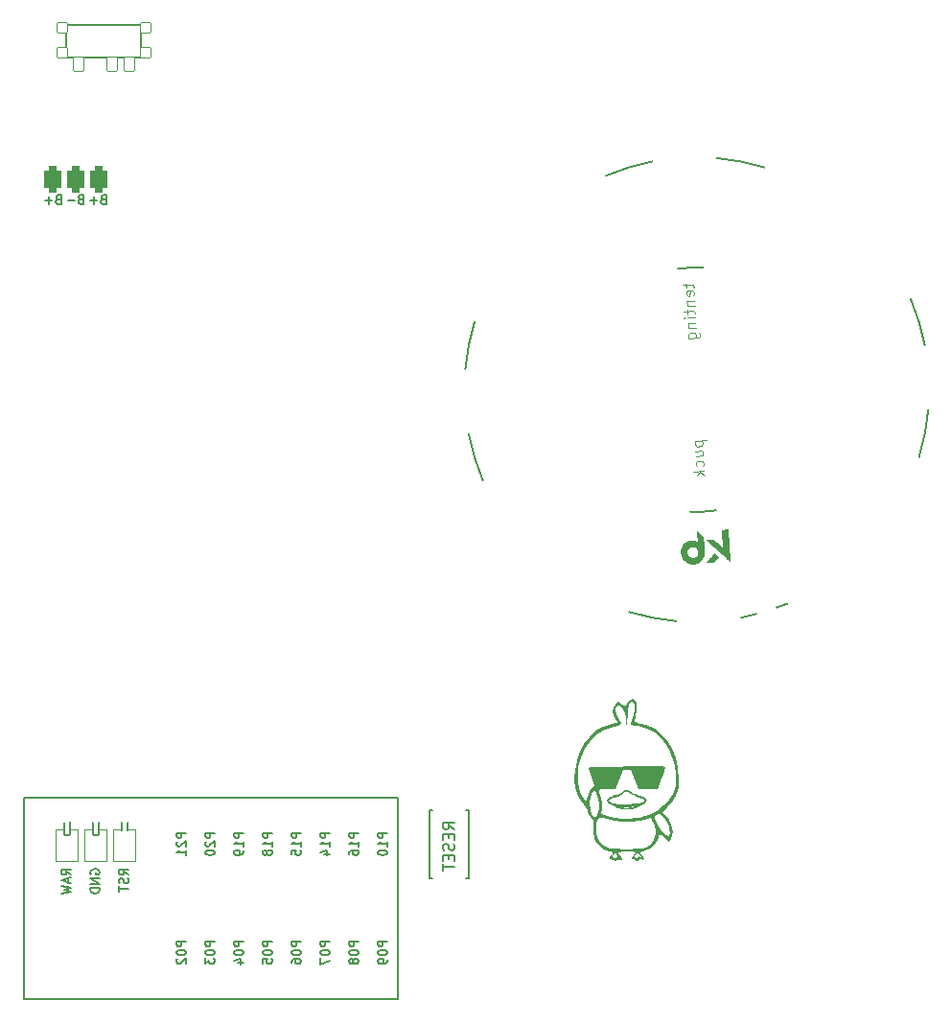
<source format=gbo>
%TF.GenerationSoftware,KiCad,Pcbnew,(6.0.4-0)*%
%TF.CreationDate,2022-07-26T10:13:53+02:00*%
%TF.ProjectId,wizza,77697a7a-612e-46b6-9963-61645f706362,v1.0.0*%
%TF.SameCoordinates,Original*%
%TF.FileFunction,Legend,Bot*%
%TF.FilePolarity,Positive*%
%FSLAX46Y46*%
G04 Gerber Fmt 4.6, Leading zero omitted, Abs format (unit mm)*
G04 Created by KiCad (PCBNEW (6.0.4-0)) date 2022-07-26 10:13:53*
%MOMM*%
%LPD*%
G01*
G04 APERTURE LIST*
G04 Aperture macros list*
%AMRoundRect*
0 Rectangle with rounded corners*
0 $1 Rounding radius*
0 $2 $3 $4 $5 $6 $7 $8 $9 X,Y pos of 4 corners*
0 Add a 4 corners polygon primitive as box body*
4,1,4,$2,$3,$4,$5,$6,$7,$8,$9,$2,$3,0*
0 Add four circle primitives for the rounded corners*
1,1,$1+$1,$2,$3*
1,1,$1+$1,$4,$5*
1,1,$1+$1,$6,$7*
1,1,$1+$1,$8,$9*
0 Add four rect primitives between the rounded corners*
20,1,$1+$1,$2,$3,$4,$5,0*
20,1,$1+$1,$4,$5,$6,$7,0*
20,1,$1+$1,$6,$7,$8,$9,0*
20,1,$1+$1,$8,$9,$2,$3,0*%
%AMFreePoly0*
4,1,16,0.535355,0.785355,0.550000,0.750000,0.550000,-0.750000,0.535355,-0.785355,0.500000,-0.800000,-0.650000,-0.800000,-0.685355,-0.785355,-0.700000,-0.750000,-0.691603,-0.722265,-0.210093,0.000000,-0.691603,0.722265,-0.699029,0.759806,-0.677735,0.791603,-0.650000,0.800000,0.500000,0.800000,0.535355,0.785355,0.535355,0.785355,$1*%
%AMFreePoly1*
4,1,16,0.535355,0.785355,0.541603,0.777735,1.041603,0.027735,1.049029,-0.009806,1.041603,-0.027735,0.541603,-0.777735,0.509806,-0.799029,0.500000,-0.800000,-0.500000,-0.800000,-0.535355,-0.785355,-0.550000,-0.750000,-0.550000,0.750000,-0.535355,0.785355,-0.500000,0.800000,0.500000,0.800000,0.535355,0.785355,0.535355,0.785355,$1*%
G04 Aperture macros list end*
%ADD10C,0.150000*%
%ADD11C,0.100000*%
%ADD12C,0.200000*%
%ADD13C,0.010000*%
%ADD14C,0.120000*%
%ADD15RoundRect,0.375000X-0.375000X-0.750000X0.375000X-0.750000X0.375000X0.750000X-0.375000X0.750000X0*%
%ADD16C,1.752600*%
%ADD17C,2.300000*%
%ADD18C,2.100000*%
%ADD19C,1.801800*%
%ADD20C,4.900000*%
%ADD21C,5.100000*%
%ADD22RoundRect,0.050000X-0.450000X-0.450000X0.450000X-0.450000X0.450000X0.450000X-0.450000X0.450000X0*%
%ADD23C,1.100000*%
%ADD24RoundRect,0.050000X-0.450000X-0.625000X0.450000X-0.625000X0.450000X0.625000X-0.450000X0.625000X0*%
%ADD25RoundRect,0.425000X-0.375000X-0.750000X0.375000X-0.750000X0.375000X0.750000X-0.375000X0.750000X0*%
%ADD26C,4.500000*%
%ADD27C,1.852600*%
%ADD28FreePoly0,90.000000*%
%ADD29RoundRect,0.050000X-0.250000X-0.762000X0.250000X-0.762000X0.250000X0.762000X-0.250000X0.762000X0*%
%ADD30FreePoly1,90.000000*%
G04 APERTURE END LIST*
D10*
%TO.C,B1*%
X82349171Y49940634D02*
X81872981Y50273968D01*
X82349171Y50512063D02*
X81349171Y50512063D01*
X81349171Y50131111D01*
X81396791Y50035873D01*
X81444410Y49988254D01*
X81539648Y49940634D01*
X81682505Y49940634D01*
X81777743Y49988254D01*
X81825362Y50035873D01*
X81872981Y50131111D01*
X81872981Y50512063D01*
X81825362Y49512063D02*
X81825362Y49178730D01*
X82349171Y49035873D02*
X82349171Y49512063D01*
X81349171Y49512063D01*
X81349171Y49035873D01*
X82301552Y48654920D02*
X82349171Y48512063D01*
X82349171Y48273968D01*
X82301552Y48178730D01*
X82253933Y48131111D01*
X82158695Y48083492D01*
X82063457Y48083492D01*
X81968219Y48131111D01*
X81920600Y48178730D01*
X81872981Y48273968D01*
X81825362Y48464444D01*
X81777743Y48559682D01*
X81730124Y48607301D01*
X81634886Y48654920D01*
X81539648Y48654920D01*
X81444410Y48607301D01*
X81396791Y48559682D01*
X81349171Y48464444D01*
X81349171Y48226349D01*
X81396791Y48083492D01*
X81825362Y47654920D02*
X81825362Y47321587D01*
X82349171Y47178730D02*
X82349171Y47654920D01*
X81349171Y47654920D01*
X81349171Y47178730D01*
X81349171Y46893015D02*
X81349171Y46321587D01*
X82349171Y46607301D02*
X81349171Y46607301D01*
%TO.C,PAD1*%
X51346886Y105598396D02*
X51232600Y105560301D01*
X51194505Y105522206D01*
X51156410Y105446015D01*
X51156410Y105331730D01*
X51194505Y105255539D01*
X51232600Y105217444D01*
X51308791Y105179349D01*
X51613552Y105179349D01*
X51613552Y105979349D01*
X51346886Y105979349D01*
X51270695Y105941254D01*
X51232600Y105903158D01*
X51194505Y105826968D01*
X51194505Y105750777D01*
X51232600Y105674587D01*
X51270695Y105636492D01*
X51346886Y105598396D01*
X51613552Y105598396D01*
X50813552Y105484111D02*
X50204029Y105484111D01*
X50508791Y105179349D02*
X50508791Y105788873D01*
X47346886Y105598396D02*
X47232600Y105560301D01*
X47194505Y105522206D01*
X47156410Y105446015D01*
X47156410Y105331730D01*
X47194505Y105255539D01*
X47232600Y105217444D01*
X47308791Y105179349D01*
X47613552Y105179349D01*
X47613552Y105979349D01*
X47346886Y105979349D01*
X47270695Y105941254D01*
X47232600Y105903158D01*
X47194505Y105826968D01*
X47194505Y105750777D01*
X47232600Y105674587D01*
X47270695Y105636492D01*
X47346886Y105598396D01*
X47613552Y105598396D01*
X46813552Y105484111D02*
X46204029Y105484111D01*
X46508791Y105179349D02*
X46508791Y105788873D01*
X49346886Y105598396D02*
X49232600Y105560301D01*
X49194505Y105522206D01*
X49156410Y105446015D01*
X49156410Y105331730D01*
X49194505Y105255539D01*
X49232600Y105217444D01*
X49308791Y105179349D01*
X49613552Y105179349D01*
X49613552Y105979349D01*
X49346886Y105979349D01*
X49270695Y105941254D01*
X49232600Y105903158D01*
X49194505Y105826968D01*
X49194505Y105750777D01*
X49232600Y105674587D01*
X49270695Y105636492D01*
X49346886Y105598396D01*
X49613552Y105598396D01*
X48813552Y105484111D02*
X48204029Y105484111D01*
D11*
%TO.C,REF\u002A\u002A*%
X103592773Y84225673D02*
X104591402Y84278009D01*
X103640326Y84228165D02*
X103597757Y84130565D01*
X103607726Y83940350D01*
X103660264Y83847735D01*
X103710310Y83802673D01*
X103807910Y83760104D01*
X104093232Y83775057D01*
X104185848Y83827595D01*
X104230909Y83877641D01*
X104273479Y83975241D01*
X104263510Y84165456D01*
X104210972Y84258071D01*
X103662554Y82894167D02*
X104328307Y82929058D01*
X103640124Y83322151D02*
X104163216Y83349565D01*
X104260816Y83306996D01*
X104313354Y83214380D01*
X104320830Y83071719D01*
X104278261Y82974119D01*
X104233199Y82924073D01*
X104328105Y82023043D02*
X104370674Y82120643D01*
X104360705Y82310858D01*
X104308167Y82403474D01*
X104258121Y82448535D01*
X104160521Y82491105D01*
X103875199Y82476152D01*
X103782583Y82423613D01*
X103737522Y82373567D01*
X103694952Y82275968D01*
X103704921Y82085753D01*
X103757459Y81993137D01*
X104398088Y81597551D02*
X103399459Y81545216D01*
X104022642Y81482506D02*
X104418026Y81217121D01*
X103752273Y81182231D02*
X104112765Y81582598D01*
X102799064Y98157226D02*
X102819001Y97776796D01*
X102473664Y97997120D02*
X103329632Y98041979D01*
X103427232Y97999410D01*
X103479770Y97906794D01*
X103484754Y97811687D01*
X103474583Y97095888D02*
X103517153Y97193488D01*
X103507184Y97383703D01*
X103454646Y97476318D01*
X103357046Y97518888D01*
X102976616Y97498950D01*
X102884000Y97446412D01*
X102841431Y97348812D01*
X102851400Y97158597D01*
X102903938Y97065982D01*
X103001537Y97023412D01*
X103096645Y97028397D01*
X103166831Y97508919D01*
X102881306Y96587952D02*
X103547059Y96622842D01*
X102976413Y96592936D02*
X102931352Y96542890D01*
X102888782Y96445290D01*
X102896259Y96302629D01*
X102948797Y96210013D01*
X103046397Y96167444D01*
X103569489Y96194858D01*
X102921181Y95827091D02*
X102941118Y95446661D01*
X102595781Y95666984D02*
X103451749Y95711844D01*
X103549349Y95669274D01*
X103601887Y95576659D01*
X103606871Y95481551D01*
X103624317Y95148675D02*
X102958564Y95113784D01*
X102625687Y95096339D02*
X102670749Y95146385D01*
X102720795Y95101323D01*
X102675733Y95051277D01*
X102625687Y95096339D01*
X102720795Y95101323D01*
X102983486Y94638246D02*
X103649239Y94673137D01*
X103078593Y94643231D02*
X103033531Y94593185D01*
X102990962Y94495585D01*
X102998439Y94352923D01*
X103050977Y94260308D01*
X103148577Y94217739D01*
X103671668Y94245153D01*
X103053267Y93306740D02*
X103861681Y93349107D01*
X103954297Y93401646D01*
X103999358Y93451692D01*
X104041928Y93549291D01*
X104034451Y93691953D01*
X103981913Y93784568D01*
X103671466Y93339139D02*
X103714035Y93436738D01*
X103704067Y93626954D01*
X103651529Y93719569D01*
X103601483Y93764631D01*
X103503883Y93807200D01*
X103218560Y93792247D01*
X103125945Y93739709D01*
X103080883Y93689663D01*
X103038314Y93592063D01*
X103048282Y93401848D01*
X103100821Y93309232D01*
D10*
%TO.C,MCU1*%
X73876695Y40044682D02*
X73076695Y40044682D01*
X73076695Y39739920D01*
X73114791Y39663730D01*
X73152886Y39625634D01*
X73229076Y39587539D01*
X73343362Y39587539D01*
X73419552Y39625634D01*
X73457648Y39663730D01*
X73495743Y39739920D01*
X73495743Y40044682D01*
X73076695Y39092301D02*
X73076695Y39016111D01*
X73114791Y38939920D01*
X73152886Y38901825D01*
X73229076Y38863730D01*
X73381457Y38825634D01*
X73571933Y38825634D01*
X73724314Y38863730D01*
X73800505Y38901825D01*
X73838600Y38939920D01*
X73876695Y39016111D01*
X73876695Y39092301D01*
X73838600Y39168492D01*
X73800505Y39206587D01*
X73724314Y39244682D01*
X73571933Y39282777D01*
X73381457Y39282777D01*
X73229076Y39244682D01*
X73152886Y39206587D01*
X73114791Y39168492D01*
X73076695Y39092301D01*
X73419552Y38368492D02*
X73381457Y38444682D01*
X73343362Y38482777D01*
X73267171Y38520873D01*
X73229076Y38520873D01*
X73152886Y38482777D01*
X73114791Y38444682D01*
X73076695Y38368492D01*
X73076695Y38216111D01*
X73114791Y38139920D01*
X73152886Y38101825D01*
X73229076Y38063730D01*
X73267171Y38063730D01*
X73343362Y38101825D01*
X73381457Y38139920D01*
X73419552Y38216111D01*
X73419552Y38368492D01*
X73457648Y38444682D01*
X73495743Y38482777D01*
X73571933Y38520873D01*
X73724314Y38520873D01*
X73800505Y38482777D01*
X73838600Y38444682D01*
X73876695Y38368492D01*
X73876695Y38216111D01*
X73838600Y38139920D01*
X73800505Y38101825D01*
X73724314Y38063730D01*
X73571933Y38063730D01*
X73495743Y38101825D01*
X73457648Y38139920D01*
X73419552Y38216111D01*
X58636695Y49644682D02*
X57836695Y49644682D01*
X57836695Y49339920D01*
X57874791Y49263730D01*
X57912886Y49225634D01*
X57989076Y49187539D01*
X58103362Y49187539D01*
X58179552Y49225634D01*
X58217648Y49263730D01*
X58255743Y49339920D01*
X58255743Y49644682D01*
X57912886Y48882777D02*
X57874791Y48844682D01*
X57836695Y48768492D01*
X57836695Y48578015D01*
X57874791Y48501825D01*
X57912886Y48463730D01*
X57989076Y48425634D01*
X58065267Y48425634D01*
X58179552Y48463730D01*
X58636695Y48920873D01*
X58636695Y48425634D01*
X58636695Y47663730D02*
X58636695Y48120873D01*
X58636695Y47892301D02*
X57836695Y47892301D01*
X57950981Y47968492D01*
X58027171Y48044682D01*
X58065267Y48120873D01*
X71336695Y49644682D02*
X70536695Y49644682D01*
X70536695Y49339920D01*
X70574791Y49263730D01*
X70612886Y49225634D01*
X70689076Y49187539D01*
X70803362Y49187539D01*
X70879552Y49225634D01*
X70917648Y49263730D01*
X70955743Y49339920D01*
X70955743Y49644682D01*
X71336695Y48425634D02*
X71336695Y48882777D01*
X71336695Y48654206D02*
X70536695Y48654206D01*
X70650981Y48730396D01*
X70727171Y48806587D01*
X70765267Y48882777D01*
X70803362Y47739920D02*
X71336695Y47739920D01*
X70498600Y47930396D02*
X71070029Y48120873D01*
X71070029Y47625634D01*
X61176695Y49644682D02*
X60376695Y49644682D01*
X60376695Y49339920D01*
X60414791Y49263730D01*
X60452886Y49225634D01*
X60529076Y49187539D01*
X60643362Y49187539D01*
X60719552Y49225634D01*
X60757648Y49263730D01*
X60795743Y49339920D01*
X60795743Y49644682D01*
X60452886Y48882777D02*
X60414791Y48844682D01*
X60376695Y48768492D01*
X60376695Y48578015D01*
X60414791Y48501825D01*
X60452886Y48463730D01*
X60529076Y48425634D01*
X60605267Y48425634D01*
X60719552Y48463730D01*
X61176695Y48920873D01*
X61176695Y48425634D01*
X60376695Y47930396D02*
X60376695Y47854206D01*
X60414791Y47778015D01*
X60452886Y47739920D01*
X60529076Y47701825D01*
X60681457Y47663730D01*
X60871933Y47663730D01*
X61024314Y47701825D01*
X61100505Y47739920D01*
X61138600Y47778015D01*
X61176695Y47854206D01*
X61176695Y47930396D01*
X61138600Y48006587D01*
X61100505Y48044682D01*
X61024314Y48082777D01*
X60871933Y48120873D01*
X60681457Y48120873D01*
X60529076Y48082777D01*
X60452886Y48044682D01*
X60414791Y48006587D01*
X60376695Y47930396D01*
X53556695Y45924872D02*
X53175743Y46191538D01*
X53556695Y46382015D02*
X52756695Y46382015D01*
X52756695Y46077253D01*
X52794791Y46001062D01*
X52832886Y45962967D01*
X52909076Y45924872D01*
X53023362Y45924872D01*
X53099552Y45962967D01*
X53137648Y46001062D01*
X53175743Y46077253D01*
X53175743Y46382015D01*
X53518600Y45620110D02*
X53556695Y45505824D01*
X53556695Y45315348D01*
X53518600Y45239157D01*
X53480505Y45201062D01*
X53404314Y45162967D01*
X53328124Y45162967D01*
X53251933Y45201062D01*
X53213838Y45239157D01*
X53175743Y45315348D01*
X53137648Y45467729D01*
X53099552Y45543919D01*
X53061457Y45582015D01*
X52985267Y45620110D01*
X52909076Y45620110D01*
X52832886Y45582015D01*
X52794791Y45543919D01*
X52756695Y45467729D01*
X52756695Y45277253D01*
X52794791Y45162967D01*
X52756695Y44934396D02*
X52756695Y44477253D01*
X53556695Y44705824D02*
X52756695Y44705824D01*
X76416695Y40044682D02*
X75616695Y40044682D01*
X75616695Y39739920D01*
X75654791Y39663730D01*
X75692886Y39625634D01*
X75769076Y39587539D01*
X75883362Y39587539D01*
X75959552Y39625634D01*
X75997648Y39663730D01*
X76035743Y39739920D01*
X76035743Y40044682D01*
X75616695Y39092301D02*
X75616695Y39016111D01*
X75654791Y38939920D01*
X75692886Y38901825D01*
X75769076Y38863730D01*
X75921457Y38825634D01*
X76111933Y38825634D01*
X76264314Y38863730D01*
X76340505Y38901825D01*
X76378600Y38939920D01*
X76416695Y39016111D01*
X76416695Y39092301D01*
X76378600Y39168492D01*
X76340505Y39206587D01*
X76264314Y39244682D01*
X76111933Y39282777D01*
X75921457Y39282777D01*
X75769076Y39244682D01*
X75692886Y39206587D01*
X75654791Y39168492D01*
X75616695Y39092301D01*
X76416695Y38444682D02*
X76416695Y38292301D01*
X76378600Y38216111D01*
X76340505Y38178015D01*
X76226219Y38101825D01*
X76073838Y38063730D01*
X75769076Y38063730D01*
X75692886Y38101825D01*
X75654791Y38139920D01*
X75616695Y38216111D01*
X75616695Y38368492D01*
X75654791Y38444682D01*
X75692886Y38482777D01*
X75769076Y38520873D01*
X75959552Y38520873D01*
X76035743Y38482777D01*
X76073838Y38444682D01*
X76111933Y38368492D01*
X76111933Y38216111D01*
X76073838Y38139920D01*
X76035743Y38101825D01*
X75959552Y38063730D01*
X73876695Y49644682D02*
X73076695Y49644682D01*
X73076695Y49339920D01*
X73114791Y49263730D01*
X73152886Y49225634D01*
X73229076Y49187539D01*
X73343362Y49187539D01*
X73419552Y49225634D01*
X73457648Y49263730D01*
X73495743Y49339920D01*
X73495743Y49644682D01*
X73876695Y48425634D02*
X73876695Y48882777D01*
X73876695Y48654206D02*
X73076695Y48654206D01*
X73190981Y48730396D01*
X73267171Y48806587D01*
X73305267Y48882777D01*
X73076695Y47739920D02*
X73076695Y47892301D01*
X73114791Y47968492D01*
X73152886Y48006587D01*
X73267171Y48082777D01*
X73419552Y48120873D01*
X73724314Y48120873D01*
X73800505Y48082777D01*
X73838600Y48044682D01*
X73876695Y47968492D01*
X73876695Y47816111D01*
X73838600Y47739920D01*
X73800505Y47701825D01*
X73724314Y47663730D01*
X73533838Y47663730D01*
X73457648Y47701825D01*
X73419552Y47739920D01*
X73381457Y47816111D01*
X73381457Y47968492D01*
X73419552Y48044682D01*
X73457648Y48082777D01*
X73533838Y48120873D01*
X48476695Y45924871D02*
X48095743Y46191538D01*
X48476695Y46382014D02*
X47676695Y46382014D01*
X47676695Y46077252D01*
X47714791Y46001062D01*
X47752886Y45962967D01*
X47829076Y45924871D01*
X47943362Y45924871D01*
X48019552Y45962967D01*
X48057648Y46001062D01*
X48095743Y46077252D01*
X48095743Y46382014D01*
X48248124Y45620110D02*
X48248124Y45239157D01*
X48476695Y45696300D02*
X47676695Y45429633D01*
X48476695Y45162967D01*
X47676695Y44972491D02*
X48476695Y44782014D01*
X47905267Y44629633D01*
X48476695Y44477252D01*
X47676695Y44286776D01*
X58636695Y40044682D02*
X57836695Y40044682D01*
X57836695Y39739920D01*
X57874791Y39663730D01*
X57912886Y39625634D01*
X57989076Y39587539D01*
X58103362Y39587539D01*
X58179552Y39625634D01*
X58217648Y39663730D01*
X58255743Y39739920D01*
X58255743Y40044682D01*
X57836695Y39092301D02*
X57836695Y39016111D01*
X57874791Y38939920D01*
X57912886Y38901825D01*
X57989076Y38863730D01*
X58141457Y38825634D01*
X58331933Y38825634D01*
X58484314Y38863730D01*
X58560505Y38901825D01*
X58598600Y38939920D01*
X58636695Y39016111D01*
X58636695Y39092301D01*
X58598600Y39168492D01*
X58560505Y39206587D01*
X58484314Y39244682D01*
X58331933Y39282777D01*
X58141457Y39282777D01*
X57989076Y39244682D01*
X57912886Y39206587D01*
X57874791Y39168492D01*
X57836695Y39092301D01*
X57912886Y38520873D02*
X57874791Y38482777D01*
X57836695Y38406587D01*
X57836695Y38216111D01*
X57874791Y38139920D01*
X57912886Y38101825D01*
X57989076Y38063730D01*
X58065267Y38063730D01*
X58179552Y38101825D01*
X58636695Y38558968D01*
X58636695Y38063730D01*
X66256695Y49644682D02*
X65456695Y49644682D01*
X65456695Y49339920D01*
X65494791Y49263730D01*
X65532886Y49225634D01*
X65609076Y49187539D01*
X65723362Y49187539D01*
X65799552Y49225634D01*
X65837648Y49263730D01*
X65875743Y49339920D01*
X65875743Y49644682D01*
X66256695Y48425634D02*
X66256695Y48882777D01*
X66256695Y48654206D02*
X65456695Y48654206D01*
X65570981Y48730396D01*
X65647171Y48806587D01*
X65685267Y48882777D01*
X65799552Y47968492D02*
X65761457Y48044682D01*
X65723362Y48082777D01*
X65647171Y48120873D01*
X65609076Y48120873D01*
X65532886Y48082777D01*
X65494791Y48044682D01*
X65456695Y47968492D01*
X65456695Y47816111D01*
X65494791Y47739920D01*
X65532886Y47701825D01*
X65609076Y47663730D01*
X65647171Y47663730D01*
X65723362Y47701825D01*
X65761457Y47739920D01*
X65799552Y47816111D01*
X65799552Y47968492D01*
X65837648Y48044682D01*
X65875743Y48082777D01*
X65951933Y48120873D01*
X66104314Y48120873D01*
X66180505Y48082777D01*
X66218600Y48044682D01*
X66256695Y47968492D01*
X66256695Y47816111D01*
X66218600Y47739920D01*
X66180505Y47701825D01*
X66104314Y47663730D01*
X65951933Y47663730D01*
X65875743Y47701825D01*
X65837648Y47739920D01*
X65799552Y47816111D01*
X76416695Y49644682D02*
X75616695Y49644682D01*
X75616695Y49339920D01*
X75654791Y49263730D01*
X75692886Y49225634D01*
X75769076Y49187539D01*
X75883362Y49187539D01*
X75959552Y49225634D01*
X75997648Y49263730D01*
X76035743Y49339920D01*
X76035743Y49644682D01*
X76416695Y48425634D02*
X76416695Y48882777D01*
X76416695Y48654206D02*
X75616695Y48654206D01*
X75730981Y48730396D01*
X75807171Y48806587D01*
X75845267Y48882777D01*
X75616695Y47930396D02*
X75616695Y47854206D01*
X75654791Y47778015D01*
X75692886Y47739920D01*
X75769076Y47701825D01*
X75921457Y47663730D01*
X76111933Y47663730D01*
X76264314Y47701825D01*
X76340505Y47739920D01*
X76378600Y47778015D01*
X76416695Y47854206D01*
X76416695Y47930396D01*
X76378600Y48006587D01*
X76340505Y48044682D01*
X76264314Y48082777D01*
X76111933Y48120873D01*
X75921457Y48120873D01*
X75769076Y48082777D01*
X75692886Y48044682D01*
X75654791Y48006587D01*
X75616695Y47930396D01*
X61176695Y40044682D02*
X60376695Y40044682D01*
X60376695Y39739920D01*
X60414791Y39663730D01*
X60452886Y39625634D01*
X60529076Y39587539D01*
X60643362Y39587539D01*
X60719552Y39625634D01*
X60757648Y39663730D01*
X60795743Y39739920D01*
X60795743Y40044682D01*
X60376695Y39092301D02*
X60376695Y39016111D01*
X60414791Y38939920D01*
X60452886Y38901825D01*
X60529076Y38863730D01*
X60681457Y38825634D01*
X60871933Y38825634D01*
X61024314Y38863730D01*
X61100505Y38901825D01*
X61138600Y38939920D01*
X61176695Y39016111D01*
X61176695Y39092301D01*
X61138600Y39168492D01*
X61100505Y39206587D01*
X61024314Y39244682D01*
X60871933Y39282777D01*
X60681457Y39282777D01*
X60529076Y39244682D01*
X60452886Y39206587D01*
X60414791Y39168492D01*
X60376695Y39092301D01*
X60376695Y38558968D02*
X60376695Y38063730D01*
X60681457Y38330396D01*
X60681457Y38216111D01*
X60719552Y38139920D01*
X60757648Y38101825D01*
X60833838Y38063730D01*
X61024314Y38063730D01*
X61100505Y38101825D01*
X61138600Y38139920D01*
X61176695Y38216111D01*
X61176695Y38444682D01*
X61138600Y38520873D01*
X61100505Y38558968D01*
X71336695Y40044682D02*
X70536695Y40044682D01*
X70536695Y39739920D01*
X70574791Y39663730D01*
X70612886Y39625634D01*
X70689076Y39587539D01*
X70803362Y39587539D01*
X70879552Y39625634D01*
X70917648Y39663730D01*
X70955743Y39739920D01*
X70955743Y40044682D01*
X70536695Y39092301D02*
X70536695Y39016111D01*
X70574791Y38939920D01*
X70612886Y38901825D01*
X70689076Y38863730D01*
X70841457Y38825634D01*
X71031933Y38825634D01*
X71184314Y38863730D01*
X71260505Y38901825D01*
X71298600Y38939920D01*
X71336695Y39016111D01*
X71336695Y39092301D01*
X71298600Y39168492D01*
X71260505Y39206587D01*
X71184314Y39244682D01*
X71031933Y39282777D01*
X70841457Y39282777D01*
X70689076Y39244682D01*
X70612886Y39206587D01*
X70574791Y39168492D01*
X70536695Y39092301D01*
X70536695Y38558968D02*
X70536695Y38025634D01*
X71336695Y38368492D01*
X63716695Y49644682D02*
X62916695Y49644682D01*
X62916695Y49339920D01*
X62954791Y49263730D01*
X62992886Y49225634D01*
X63069076Y49187539D01*
X63183362Y49187539D01*
X63259552Y49225634D01*
X63297648Y49263730D01*
X63335743Y49339920D01*
X63335743Y49644682D01*
X63716695Y48425634D02*
X63716695Y48882777D01*
X63716695Y48654206D02*
X62916695Y48654206D01*
X63030981Y48730396D01*
X63107171Y48806587D01*
X63145267Y48882777D01*
X63716695Y48044682D02*
X63716695Y47892301D01*
X63678600Y47816111D01*
X63640505Y47778015D01*
X63526219Y47701825D01*
X63373838Y47663730D01*
X63069076Y47663730D01*
X62992886Y47701825D01*
X62954791Y47739920D01*
X62916695Y47816111D01*
X62916695Y47968492D01*
X62954791Y48044682D01*
X62992886Y48082777D01*
X63069076Y48120873D01*
X63259552Y48120873D01*
X63335743Y48082777D01*
X63373838Y48044682D01*
X63411933Y47968492D01*
X63411933Y47816111D01*
X63373838Y47739920D01*
X63335743Y47701825D01*
X63259552Y47663730D01*
X50254791Y45982014D02*
X50216695Y46058205D01*
X50216695Y46172491D01*
X50254791Y46286776D01*
X50330981Y46362967D01*
X50407171Y46401062D01*
X50559552Y46439157D01*
X50673838Y46439157D01*
X50826219Y46401062D01*
X50902410Y46362967D01*
X50978600Y46286776D01*
X51016695Y46172491D01*
X51016695Y46096300D01*
X50978600Y45982014D01*
X50940505Y45943919D01*
X50673838Y45943919D01*
X50673838Y46096300D01*
X51016695Y45601062D02*
X50216695Y45601062D01*
X51016695Y45143919D01*
X50216695Y45143919D01*
X51016695Y44762967D02*
X50216695Y44762967D01*
X50216695Y44572491D01*
X50254791Y44458205D01*
X50330981Y44382014D01*
X50407171Y44343919D01*
X50559552Y44305824D01*
X50673838Y44305824D01*
X50826219Y44343919D01*
X50902410Y44382014D01*
X50978600Y44458205D01*
X51016695Y44572491D01*
X51016695Y44762967D01*
X63716695Y40044682D02*
X62916695Y40044682D01*
X62916695Y39739920D01*
X62954791Y39663730D01*
X62992886Y39625634D01*
X63069076Y39587539D01*
X63183362Y39587539D01*
X63259552Y39625634D01*
X63297648Y39663730D01*
X63335743Y39739920D01*
X63335743Y40044682D01*
X62916695Y39092301D02*
X62916695Y39016111D01*
X62954791Y38939920D01*
X62992886Y38901825D01*
X63069076Y38863730D01*
X63221457Y38825634D01*
X63411933Y38825634D01*
X63564314Y38863730D01*
X63640505Y38901825D01*
X63678600Y38939920D01*
X63716695Y39016111D01*
X63716695Y39092301D01*
X63678600Y39168492D01*
X63640505Y39206587D01*
X63564314Y39244682D01*
X63411933Y39282777D01*
X63221457Y39282777D01*
X63069076Y39244682D01*
X62992886Y39206587D01*
X62954791Y39168492D01*
X62916695Y39092301D01*
X63183362Y38139920D02*
X63716695Y38139920D01*
X62878600Y38330396D02*
X63450029Y38520873D01*
X63450029Y38025634D01*
X66256695Y40044682D02*
X65456695Y40044682D01*
X65456695Y39739920D01*
X65494791Y39663730D01*
X65532886Y39625634D01*
X65609076Y39587539D01*
X65723362Y39587539D01*
X65799552Y39625634D01*
X65837648Y39663730D01*
X65875743Y39739920D01*
X65875743Y40044682D01*
X65456695Y39092301D02*
X65456695Y39016111D01*
X65494791Y38939920D01*
X65532886Y38901825D01*
X65609076Y38863730D01*
X65761457Y38825634D01*
X65951933Y38825634D01*
X66104314Y38863730D01*
X66180505Y38901825D01*
X66218600Y38939920D01*
X66256695Y39016111D01*
X66256695Y39092301D01*
X66218600Y39168492D01*
X66180505Y39206587D01*
X66104314Y39244682D01*
X65951933Y39282777D01*
X65761457Y39282777D01*
X65609076Y39244682D01*
X65532886Y39206587D01*
X65494791Y39168492D01*
X65456695Y39092301D01*
X65456695Y38101825D02*
X65456695Y38482777D01*
X65837648Y38520873D01*
X65799552Y38482777D01*
X65761457Y38406587D01*
X65761457Y38216111D01*
X65799552Y38139920D01*
X65837648Y38101825D01*
X65913838Y38063730D01*
X66104314Y38063730D01*
X66180505Y38101825D01*
X66218600Y38139920D01*
X66256695Y38216111D01*
X66256695Y38406587D01*
X66218600Y38482777D01*
X66180505Y38520873D01*
X68796695Y49644682D02*
X67996695Y49644682D01*
X67996695Y49339920D01*
X68034791Y49263730D01*
X68072886Y49225634D01*
X68149076Y49187539D01*
X68263362Y49187539D01*
X68339552Y49225634D01*
X68377648Y49263730D01*
X68415743Y49339920D01*
X68415743Y49644682D01*
X68796695Y48425634D02*
X68796695Y48882777D01*
X68796695Y48654206D02*
X67996695Y48654206D01*
X68110981Y48730396D01*
X68187171Y48806587D01*
X68225267Y48882777D01*
X67996695Y47701825D02*
X67996695Y48082777D01*
X68377648Y48120873D01*
X68339552Y48082777D01*
X68301457Y48006587D01*
X68301457Y47816111D01*
X68339552Y47739920D01*
X68377648Y47701825D01*
X68453838Y47663730D01*
X68644314Y47663730D01*
X68720505Y47701825D01*
X68758600Y47739920D01*
X68796695Y47816111D01*
X68796695Y48006587D01*
X68758600Y48082777D01*
X68720505Y48120873D01*
X68796695Y40044682D02*
X67996695Y40044682D01*
X67996695Y39739920D01*
X68034791Y39663730D01*
X68072886Y39625634D01*
X68149076Y39587539D01*
X68263362Y39587539D01*
X68339552Y39625634D01*
X68377648Y39663730D01*
X68415743Y39739920D01*
X68415743Y40044682D01*
X67996695Y39092301D02*
X67996695Y39016111D01*
X68034791Y38939920D01*
X68072886Y38901825D01*
X68149076Y38863730D01*
X68301457Y38825634D01*
X68491933Y38825634D01*
X68644314Y38863730D01*
X68720505Y38901825D01*
X68758600Y38939920D01*
X68796695Y39016111D01*
X68796695Y39092301D01*
X68758600Y39168492D01*
X68720505Y39206587D01*
X68644314Y39244682D01*
X68491933Y39282777D01*
X68301457Y39282777D01*
X68149076Y39244682D01*
X68072886Y39206587D01*
X68034791Y39168492D01*
X67996695Y39092301D01*
X67996695Y38139920D02*
X67996695Y38292301D01*
X68034791Y38368492D01*
X68072886Y38406587D01*
X68187171Y38482777D01*
X68339552Y38520873D01*
X68644314Y38520873D01*
X68720505Y38482777D01*
X68758600Y38444682D01*
X68796695Y38368492D01*
X68796695Y38216111D01*
X68758600Y38139920D01*
X68720505Y38101825D01*
X68644314Y38063730D01*
X68453838Y38063730D01*
X68377648Y38101825D01*
X68339552Y38139920D01*
X68301457Y38216111D01*
X68301457Y38368492D01*
X68339552Y38444682D01*
X68377648Y38482777D01*
X68453838Y38520873D01*
%TO.C,B1*%
X80146791Y51615254D02*
X80396791Y51615254D01*
X80146791Y45615254D02*
X80146791Y51615254D01*
X83646791Y45615254D02*
X83396791Y45615254D01*
X83396791Y51615254D02*
X83646791Y51615254D01*
X83646791Y51615254D02*
X83646791Y45615254D01*
X80396791Y45615254D02*
X80146791Y45615254D01*
%TO.C,T2*%
X53339406Y120958838D02*
X49439406Y120958838D01*
X54689406Y118108838D02*
X54689406Y120958838D01*
X48089406Y120958838D02*
X48089406Y118108838D01*
X48089406Y118108838D02*
X54689406Y118108838D01*
X51389406Y120958838D02*
X48089406Y120958838D01*
X51389406Y120958838D02*
X54689406Y120958838D01*
D12*
%TO.C,REF\u002A\u002A*%
X109748877Y108399623D02*
G75*
G03*
X105549908Y109214849I-5989086J-19626476D01*
G01*
X107676842Y68630546D02*
G75*
G03*
X111767590Y69880216I-3917070J20142662D01*
G01*
X97770709Y69146670D02*
G75*
G03*
X101969674Y68331445I5989082J19626477D01*
G01*
X99842740Y108915749D02*
G75*
G03*
X95751991Y107666078I3917051J-20142602D01*
G01*
X103194824Y99553353D02*
G75*
G03*
X102071081Y99435243I564957J-10780127D01*
G01*
X123386267Y82784062D02*
G75*
G03*
X124201493Y86983030I-19626476J5989085D01*
G01*
X104324758Y99553352D02*
G75*
G03*
X103194824Y99553353I-564972J-10780105D01*
G01*
X84133314Y94762228D02*
G75*
G03*
X83318089Y90563264I19626598J-5989105D01*
G01*
X103194824Y77992941D02*
G75*
G03*
X104324758Y77992941I564965J10780127D01*
G01*
X83617189Y84856096D02*
G75*
G03*
X84866860Y80765347I20142602J3917051D01*
G01*
X104324758Y77992940D02*
G75*
G03*
X105448501Y78111051I-564962J10780107D01*
G01*
X123902393Y92690198D02*
G75*
G03*
X122652721Y96780949I-20142602J-3917051D01*
G01*
G36*
X104327644Y75784781D02*
G01*
X104363758Y75094010D01*
X104364370Y75082290D01*
X104371984Y74932009D01*
X104378505Y74794890D01*
X104383882Y74672348D01*
X104388062Y74565791D01*
X104390993Y74476634D01*
X104391456Y74456628D01*
X104392624Y74406286D01*
X104392902Y74356160D01*
X104391779Y74327667D01*
X104385353Y74280816D01*
X104354507Y74151865D01*
X104306004Y74023287D01*
X104242592Y73901620D01*
X104167022Y73793397D01*
X104159119Y73783804D01*
X104056206Y73677947D01*
X103938350Y73587658D01*
X103808812Y73514800D01*
X103670859Y73461231D01*
X103527751Y73428816D01*
X103427877Y73419093D01*
X103279063Y73422708D01*
X103134153Y73447411D01*
X102995381Y73492233D01*
X102864979Y73556210D01*
X102745181Y73638375D01*
X102638220Y73737762D01*
X102546330Y73853404D01*
X102483558Y73957180D01*
X102423199Y74093444D01*
X102384320Y74236169D01*
X102366063Y74387899D01*
X102365083Y74465254D01*
X102865092Y74465254D01*
X102867342Y74357979D01*
X102867900Y74352711D01*
X102875106Y74297710D01*
X102884667Y74255861D01*
X102899315Y74217968D01*
X102921784Y74174839D01*
X102945248Y74137689D01*
X102989754Y74081146D01*
X103040647Y74028282D01*
X103092320Y73984732D01*
X103139167Y73956141D01*
X103155718Y73949222D01*
X103197476Y73934026D01*
X103241256Y73920213D01*
X103314993Y73904762D01*
X103418997Y73901680D01*
X103519730Y73919771D01*
X103614649Y73957923D01*
X103701211Y74015025D01*
X103776874Y74089964D01*
X103839096Y74181629D01*
X103864877Y74237200D01*
X103890346Y74332683D01*
X103895799Y74430651D01*
X103882378Y74528030D01*
X103851229Y74621741D01*
X103803499Y74708710D01*
X103740332Y74785855D01*
X103662873Y74850104D01*
X103572270Y74898377D01*
X103557958Y74903922D01*
X103458144Y74929358D01*
X103356398Y74934221D01*
X103256120Y74919633D01*
X103160713Y74886717D01*
X103073581Y74836592D01*
X102998125Y74770382D01*
X102937749Y74689207D01*
X102921496Y74659787D01*
X102882794Y74564208D01*
X102865092Y74465254D01*
X102365083Y74465254D01*
X102364926Y74477633D01*
X102379711Y74628893D01*
X102414974Y74772905D01*
X102469792Y74907944D01*
X102543243Y75032283D01*
X102634405Y75144197D01*
X102742356Y75241961D01*
X102866173Y75323846D01*
X102934220Y75360096D01*
X103007726Y75393205D01*
X103078260Y75416420D01*
X103154013Y75432344D01*
X103243183Y75443578D01*
X103260935Y75445177D01*
X103400283Y75446033D01*
X103531935Y75425219D01*
X103656554Y75382579D01*
X103774795Y75317956D01*
X103799796Y75302041D01*
X103825463Y75287021D01*
X103838208Y75281366D01*
X103838904Y75285438D01*
X103839105Y75309288D01*
X103838173Y75352422D01*
X103836196Y75412475D01*
X103833263Y75487086D01*
X103829465Y75573892D01*
X103824890Y75670530D01*
X103819626Y75774638D01*
X103793943Y76267537D01*
X104327644Y75784781D01*
G37*
D13*
X104327644Y75784781D02*
X104363758Y75094010D01*
X104364370Y75082290D01*
X104371984Y74932009D01*
X104378505Y74794890D01*
X104383882Y74672348D01*
X104388062Y74565791D01*
X104390993Y74476634D01*
X104391456Y74456628D01*
X104392624Y74406286D01*
X104392902Y74356160D01*
X104391779Y74327667D01*
X104385353Y74280816D01*
X104354507Y74151865D01*
X104306004Y74023287D01*
X104242592Y73901620D01*
X104167022Y73793397D01*
X104159119Y73783804D01*
X104056206Y73677947D01*
X103938350Y73587658D01*
X103808812Y73514800D01*
X103670859Y73461231D01*
X103527751Y73428816D01*
X103427877Y73419093D01*
X103279063Y73422708D01*
X103134153Y73447411D01*
X102995381Y73492233D01*
X102864979Y73556210D01*
X102745181Y73638375D01*
X102638220Y73737762D01*
X102546330Y73853404D01*
X102483558Y73957180D01*
X102423199Y74093444D01*
X102384320Y74236169D01*
X102366063Y74387899D01*
X102365083Y74465254D01*
X102865092Y74465254D01*
X102867342Y74357979D01*
X102867900Y74352711D01*
X102875106Y74297710D01*
X102884667Y74255861D01*
X102899315Y74217968D01*
X102921784Y74174839D01*
X102945248Y74137689D01*
X102989754Y74081146D01*
X103040647Y74028282D01*
X103092320Y73984732D01*
X103139167Y73956141D01*
X103155718Y73949222D01*
X103197476Y73934026D01*
X103241256Y73920213D01*
X103314993Y73904762D01*
X103418997Y73901680D01*
X103519730Y73919771D01*
X103614649Y73957923D01*
X103701211Y74015025D01*
X103776874Y74089964D01*
X103839096Y74181629D01*
X103864877Y74237200D01*
X103890346Y74332683D01*
X103895799Y74430651D01*
X103882378Y74528030D01*
X103851229Y74621741D01*
X103803499Y74708710D01*
X103740332Y74785855D01*
X103662873Y74850104D01*
X103572270Y74898377D01*
X103557958Y74903922D01*
X103458144Y74929358D01*
X103356398Y74934221D01*
X103256120Y74919633D01*
X103160713Y74886717D01*
X103073581Y74836592D01*
X102998125Y74770382D01*
X102937749Y74689207D01*
X102921496Y74659787D01*
X102882794Y74564208D01*
X102865092Y74465254D01*
X102365083Y74465254D01*
X102364926Y74477633D01*
X102379711Y74628893D01*
X102414974Y74772905D01*
X102469792Y74907944D01*
X102543243Y75032283D01*
X102634405Y75144197D01*
X102742356Y75241961D01*
X102866173Y75323846D01*
X102934220Y75360096D01*
X103007726Y75393205D01*
X103078260Y75416420D01*
X103154013Y75432344D01*
X103243183Y75443578D01*
X103260935Y75445177D01*
X103400283Y75446033D01*
X103531935Y75425219D01*
X103656554Y75382579D01*
X103774795Y75317956D01*
X103799796Y75302041D01*
X103825463Y75287021D01*
X103838208Y75281366D01*
X103838904Y75285438D01*
X103839105Y75309288D01*
X103838173Y75352422D01*
X103836196Y75412475D01*
X103833263Y75487086D01*
X103829465Y75573892D01*
X103824890Y75670530D01*
X103819626Y75774638D01*
X103793943Y76267537D01*
X104327644Y75784781D01*
G36*
X105305640Y74317571D02*
G01*
X105318378Y74308176D01*
X105345061Y74285922D01*
X105382976Y74253149D01*
X105429406Y74212198D01*
X105481640Y74165412D01*
X105650898Y74012717D01*
X105619041Y73973181D01*
X105616052Y73969527D01*
X105595428Y73945206D01*
X105563000Y73907711D01*
X105521609Y73860300D01*
X105474091Y73806226D01*
X105423287Y73748745D01*
X105259390Y73563845D01*
X104640225Y73531396D01*
X104666727Y73566466D01*
X104668876Y73569273D01*
X104688300Y73593552D01*
X104719137Y73631058D01*
X104759513Y73679582D01*
X104807550Y73736918D01*
X104861374Y73800857D01*
X104919107Y73869192D01*
X104978873Y73939714D01*
X105038798Y74010217D01*
X105097003Y74078492D01*
X105151616Y74142331D01*
X105200757Y74199528D01*
X105242553Y74247873D01*
X105275125Y74285160D01*
X105296601Y74309180D01*
X105305100Y74317726D01*
X105305640Y74317571D01*
G37*
X105305640Y74317571D02*
X105318378Y74308176D01*
X105345061Y74285922D01*
X105382976Y74253149D01*
X105429406Y74212198D01*
X105481640Y74165412D01*
X105650898Y74012717D01*
X105619041Y73973181D01*
X105616052Y73969527D01*
X105595428Y73945206D01*
X105563000Y73907711D01*
X105521609Y73860300D01*
X105474091Y73806226D01*
X105423287Y73748745D01*
X105259390Y73563845D01*
X104640225Y73531396D01*
X104666727Y73566466D01*
X104668876Y73569273D01*
X104688300Y73593552D01*
X104719137Y73631058D01*
X104759513Y73679582D01*
X104807550Y73736918D01*
X104861374Y73800857D01*
X104919107Y73869192D01*
X104978873Y73939714D01*
X105038798Y74010217D01*
X105097003Y74078492D01*
X105151616Y74142331D01*
X105200757Y74199528D01*
X105242553Y74247873D01*
X105275125Y74285160D01*
X105296601Y74309180D01*
X105305100Y74317726D01*
X105305640Y74317571D01*
G36*
X106634777Y73676567D02*
G01*
X106539228Y73763962D01*
X106524734Y73777218D01*
X106491223Y73807859D01*
X106442897Y73852044D01*
X106381037Y73908602D01*
X106306922Y73976361D01*
X106221835Y74054152D01*
X106127055Y74140803D01*
X106023864Y74235143D01*
X105913543Y74336000D01*
X105797371Y74442206D01*
X105676630Y74552587D01*
X105552600Y74665974D01*
X104661521Y75480592D01*
X105237143Y75516954D01*
X106080999Y74757378D01*
X105995505Y76388697D01*
X106491279Y76414679D01*
X106634777Y73676567D01*
G37*
X106634777Y73676567D02*
X106539228Y73763962D01*
X106524734Y73777218D01*
X106491223Y73807859D01*
X106442897Y73852044D01*
X106381037Y73908602D01*
X106306922Y73976361D01*
X106221835Y74054152D01*
X106127055Y74140803D01*
X106023864Y74235143D01*
X105913543Y74336000D01*
X105797371Y74442206D01*
X105676630Y74552587D01*
X105552600Y74665974D01*
X104661521Y75480592D01*
X105237143Y75516954D01*
X106080999Y74757378D01*
X105995505Y76388697D01*
X106491279Y76414679D01*
X106634777Y73676567D01*
%TO.C,G\u002A\u002A\u002A*%
G36*
X98294942Y51812824D02*
G01*
X98061649Y51748512D01*
X97811538Y51729304D01*
X97475458Y51740479D01*
X97191010Y51761621D01*
X96921103Y51805164D01*
X96785267Y51846472D01*
X97326734Y51846472D01*
X97377003Y51829586D01*
X97560124Y51822981D01*
X97684373Y51825451D01*
X97790747Y51838735D01*
X97750624Y51859673D01*
X97616342Y51873680D01*
X97369624Y51859673D01*
X97326734Y51846472D01*
X96785267Y51846472D01*
X96658849Y51884916D01*
X96541066Y51935740D01*
X98006388Y51935740D01*
X98007699Y51906838D01*
X98117513Y51891272D01*
X98200736Y51904830D01*
X98168666Y51942424D01*
X98119705Y51955952D01*
X98006388Y51935740D01*
X96541066Y51935740D01*
X96352787Y52016983D01*
X95951458Y52217471D01*
X95873073Y52289133D01*
X95797216Y52466154D01*
X95797782Y52474013D01*
X96004074Y52474013D01*
X96062774Y52358794D01*
X96290124Y52249200D01*
X96511909Y52195665D01*
X96888395Y52153581D01*
X97329366Y52140191D01*
X97795957Y52153149D01*
X98249304Y52190104D01*
X98650543Y52248710D01*
X98960808Y52326617D01*
X99141236Y52421477D01*
X99157661Y52442360D01*
X99132439Y52546217D01*
X98950159Y52659796D01*
X98620145Y52776740D01*
X98444794Y52834526D01*
X98157762Y52955621D01*
X97954933Y53074185D01*
X97727924Y53201704D01*
X97442869Y53218904D01*
X97181258Y53071925D01*
X97056956Y52985888D01*
X96799981Y52860844D01*
X96498468Y52750950D01*
X96390466Y52716119D01*
X96113485Y52593556D01*
X96004074Y52474013D01*
X95797782Y52474013D01*
X95805312Y52578497D01*
X95905472Y52692388D01*
X96135883Y52815481D01*
X96242044Y52860588D01*
X96498194Y52947868D01*
X96685795Y52983395D01*
X96712870Y52985572D01*
X96909386Y53056816D01*
X97121351Y53196921D01*
X97170610Y53236741D01*
X97444599Y53382912D01*
X97711996Y53373214D01*
X98010274Y53208121D01*
X98029518Y53194260D01*
X98310110Y53046312D01*
X98606246Y52957991D01*
X98725946Y52935346D01*
X99043883Y52822441D01*
X99259024Y52661464D01*
X99338124Y52474381D01*
X99333900Y52442360D01*
X99333130Y52436520D01*
X99252947Y52319437D01*
X99057488Y52181752D01*
X98724291Y52006335D01*
X98580568Y51936960D01*
X98506640Y51904830D01*
X98354561Y51838735D01*
X98294942Y51812824D01*
G37*
G36*
X101464233Y49090587D02*
G01*
X101284819Y48878921D01*
X101094638Y49100159D01*
X100902864Y49291458D01*
X100688782Y49458488D01*
X100473107Y49595578D01*
X100371837Y49216940D01*
X100294450Y48992587D01*
X100031022Y48568076D01*
X99659005Y48250235D01*
X99205652Y48065962D01*
X98955414Y47997499D01*
X98782528Y47903694D01*
X98770560Y47796965D01*
X98914791Y47670903D01*
X99017533Y47571926D01*
X99042818Y47505329D01*
X99084124Y47396537D01*
X99071892Y47273539D01*
X99001852Y47237333D01*
X98833022Y47311037D01*
X98709705Y47349216D01*
X98629578Y47268704D01*
X98578578Y47187204D01*
X98457835Y47152077D01*
X98356333Y47260898D01*
X98303931Y47320856D01*
X98147323Y47335690D01*
X98063852Y47327333D01*
X97987558Y47391260D01*
X98012654Y47504907D01*
X98181566Y47504907D01*
X98253320Y47511680D01*
X98340280Y47517645D01*
X98434846Y47413728D01*
X98447148Y47372879D01*
X98484188Y47340233D01*
X98535158Y47462539D01*
X98547587Y47499095D01*
X98615372Y47599426D01*
X98715512Y47556307D01*
X98787206Y47510679D01*
X98881755Y47505329D01*
X98870365Y47558600D01*
X98752709Y47647373D01*
X98643048Y47735988D01*
X98569440Y47887066D01*
X98554948Y47977967D01*
X98516910Y47905254D01*
X98441906Y47782873D01*
X98290761Y47622206D01*
X98243161Y47579842D01*
X98181566Y47504907D01*
X98012654Y47504907D01*
X98017404Y47526419D01*
X98152791Y47693587D01*
X98265512Y47813867D01*
X98322124Y47918376D01*
X98302849Y47934351D01*
X98155848Y47962859D01*
X97895683Y47982564D01*
X97560124Y47989921D01*
X97165534Y47980690D01*
X96908778Y47946966D01*
X96797854Y47881716D01*
X96821251Y47777922D01*
X96967458Y47628566D01*
X97077040Y47504168D01*
X97100760Y47445249D01*
X97136791Y47355750D01*
X97080983Y47253017D01*
X96954184Y47234566D01*
X96837327Y47317654D01*
X96779783Y47347063D01*
X96668696Y47254154D01*
X96657843Y47239714D01*
X96552662Y47151869D01*
X96448224Y47206754D01*
X96380077Y47256338D01*
X96188524Y47312587D01*
X96134281Y47318891D01*
X96045517Y47400444D01*
X96066722Y47516869D01*
X96247116Y47516869D01*
X96305987Y47514801D01*
X96392171Y47518792D01*
X96478225Y47413728D01*
X96490184Y47362535D01*
X96527469Y47326092D01*
X96602335Y47435588D01*
X96637022Y47492169D01*
X96723771Y47553561D01*
X96853431Y47480483D01*
X96915685Y47435454D01*
X96930090Y47445249D01*
X96830068Y47569150D01*
X96690253Y47753018D01*
X96603918Y47905254D01*
X96603656Y47905972D01*
X96564862Y47982784D01*
X96550809Y47894414D01*
X96497367Y47765857D01*
X96353624Y47614488D01*
X96334291Y47599870D01*
X96247116Y47516869D01*
X96066722Y47516869D01*
X96070067Y47535236D01*
X96205458Y47670903D01*
X96295797Y47736818D01*
X96365958Y47861986D01*
X96271490Y47962205D01*
X96014958Y48032606D01*
X96002619Y48034631D01*
X95526046Y48196883D01*
X95125575Y48497115D01*
X94835880Y48909539D01*
X94752605Y49103340D01*
X94688136Y49345094D01*
X94658199Y49641512D01*
X94653694Y50049534D01*
X94653651Y50087097D01*
X94874457Y50087097D01*
X94908646Y49563334D01*
X95068050Y49091740D01*
X95340625Y48702928D01*
X95714326Y48427510D01*
X95752531Y48408878D01*
X95940888Y48330404D01*
X96145337Y48275947D01*
X96404186Y48239770D01*
X96755746Y48216138D01*
X97238326Y48199313D01*
X97809488Y48190929D01*
X98427985Y48208930D01*
X98916372Y48265483D01*
X99295610Y48366686D01*
X99586661Y48518637D01*
X99810485Y48727432D01*
X99988045Y48999169D01*
X100089320Y49235729D01*
X100171262Y49615475D01*
X100160227Y49965144D01*
X100053367Y50230971D01*
X100038430Y50252075D01*
X99930890Y50461808D01*
X99840839Y50718882D01*
X99783464Y50897409D01*
X99711721Y50985912D01*
X99609738Y50963856D01*
X99589387Y50954412D01*
X99411126Y50895024D01*
X99129471Y50818737D01*
X98795575Y50739636D01*
X98730419Y50725857D01*
X98031375Y50638913D01*
X97267464Y50635774D01*
X96511016Y50713295D01*
X95834362Y50868334D01*
X95542700Y50952057D01*
X95283501Y50985500D01*
X95117240Y50921722D01*
X95009038Y50744170D01*
X94924017Y50436290D01*
X94874457Y50087097D01*
X94653651Y50087097D01*
X94653361Y50342958D01*
X94638055Y50620483D01*
X94601926Y50777835D01*
X94540977Y50843143D01*
X94497636Y50870646D01*
X94368139Y51026663D01*
X94234889Y51257624D01*
X94130801Y51501444D01*
X94088791Y51696041D01*
X94082283Y51736972D01*
X93991294Y51910680D01*
X93827238Y52101580D01*
X93670953Y52271671D01*
X94287825Y52271671D01*
X94342682Y51715711D01*
X94377589Y51595489D01*
X94498416Y51319303D01*
X94638262Y51123398D01*
X94836403Y50937254D01*
X94989412Y51170774D01*
X94996771Y51182465D01*
X95089378Y51442513D01*
X95136836Y51803265D01*
X95138665Y52205806D01*
X95094384Y52591219D01*
X95003514Y52900587D01*
X94989304Y52932106D01*
X94885103Y53175557D01*
X94811700Y53366254D01*
X94797899Y53403908D01*
X94751339Y53459238D01*
X94680299Y53399968D01*
X94556865Y53208857D01*
X94380285Y52814856D01*
X94287825Y52271671D01*
X93670953Y52271671D01*
X93596453Y52352752D01*
X93251478Y52913949D01*
X93033703Y53572528D01*
X92945101Y54316859D01*
X92956425Y54534707D01*
X93242124Y54534707D01*
X93256389Y54101307D01*
X93337047Y53554865D01*
X93501533Y53079156D01*
X93764149Y52621769D01*
X93976668Y52309019D01*
X94119370Y52822293D01*
X94177415Y53002737D01*
X94325034Y53330640D01*
X94486815Y53560308D01*
X94711557Y53785051D01*
X94432538Y54574627D01*
X94355728Y54797336D01*
X94259271Y55097225D01*
X94199914Y55309687D01*
X94188260Y55398945D01*
X94198118Y55401410D01*
X94334722Y55411145D01*
X94616900Y55422808D01*
X95026380Y55435893D01*
X95544893Y55449897D01*
X96154169Y55464314D01*
X96835936Y55478640D01*
X97571926Y55492372D01*
X98459968Y55506403D01*
X99244399Y55515059D01*
X99873411Y55517234D01*
X100354103Y55512860D01*
X100693577Y55501868D01*
X100898934Y55484192D01*
X100977274Y55459762D01*
X100971841Y55353483D01*
X100913987Y55122641D01*
X100813067Y54802665D01*
X100679057Y54428062D01*
X100324416Y53487658D01*
X99472359Y53511623D01*
X98620303Y53535587D01*
X97926555Y55228921D01*
X97266011Y55228921D01*
X96919184Y54382254D01*
X96572358Y53535587D01*
X95829360Y53510990D01*
X95785916Y53509634D01*
X95456226Y53501299D01*
X95251172Y53479388D01*
X95152586Y53413431D01*
X95142301Y53272959D01*
X95202150Y53027501D01*
X95313964Y52646587D01*
X95382450Y52338731D01*
X95385081Y52205806D01*
X95394251Y51742598D01*
X95340823Y51304274D01*
X95921307Y51118323D01*
X96046394Y51081614D01*
X96573943Y50975567D01*
X97178758Y50911717D01*
X97801232Y50892507D01*
X98381760Y50920382D01*
X98860734Y50997786D01*
X98911479Y51014580D01*
X100016285Y51014580D01*
X100055159Y50835555D01*
X100183281Y50547065D01*
X100373737Y50220888D01*
X100598394Y49904423D01*
X100829120Y49645071D01*
X100861411Y49615475D01*
X101034373Y49456947D01*
X101208172Y49314430D01*
X101300605Y49259921D01*
X101324781Y49273225D01*
X101361774Y49401812D01*
X101369342Y49627322D01*
X101350055Y49900664D01*
X101306485Y50172744D01*
X101241200Y50394467D01*
X101188637Y50502329D01*
X101015688Y50777031D01*
X100809813Y51037816D01*
X100642526Y51216932D01*
X100519576Y51309537D01*
X100409765Y51312511D01*
X100261404Y51245423D01*
X100248836Y51238788D01*
X100083845Y51121244D01*
X100016285Y51014580D01*
X98911479Y51014580D01*
X99549863Y51225854D01*
X100242427Y51577732D01*
X100843518Y52017789D01*
X101328242Y52527509D01*
X101671702Y53088376D01*
X101750841Y53268753D01*
X101836862Y53510692D01*
X101885724Y53753678D01*
X101907146Y54053743D01*
X101910850Y54466921D01*
X101898638Y54884587D01*
X101809342Y55611903D01*
X101619897Y56291477D01*
X101314142Y56991691D01*
X101108952Y57357032D01*
X100634715Y57969373D01*
X100057503Y58451369D01*
X99369651Y58808749D01*
X98563494Y59047239D01*
X98512813Y59057870D01*
X98220887Y59121820D01*
X98009251Y59172733D01*
X97920758Y59200399D01*
X97918421Y59207970D01*
X97944004Y59319441D01*
X98015548Y59512754D01*
X98091637Y59724461D01*
X98188963Y60084112D01*
X98260580Y60452966D01*
X98296220Y60774748D01*
X98285618Y60993180D01*
X98224040Y61123261D01*
X98062191Y61197921D01*
X98033336Y61196024D01*
X97867667Y61091093D01*
X97745767Y60832140D01*
X97670515Y60428200D01*
X97644791Y59888307D01*
X97637851Y59573640D01*
X97615806Y59315729D01*
X97584881Y59186240D01*
X97551523Y59195188D01*
X97522177Y59352590D01*
X97503292Y59668463D01*
X97476753Y59971244D01*
X97373686Y60383344D01*
X97207983Y60698340D01*
X96994087Y60881815D01*
X96900934Y60915207D01*
X96724319Y60894701D01*
X96620447Y60725392D01*
X96586458Y60403930D01*
X96634474Y60067733D01*
X96812125Y59745875D01*
X96948948Y59557778D01*
X97060703Y59343233D01*
X97036425Y59203035D01*
X96865128Y59108806D01*
X96535828Y59032170D01*
X96179685Y58948198D01*
X95455747Y58658516D01*
X94817844Y58234210D01*
X94275214Y57687891D01*
X93837091Y57032170D01*
X93512711Y56279659D01*
X93311310Y55442967D01*
X93242124Y54534707D01*
X92956425Y54534707D01*
X92987645Y55135311D01*
X93163307Y56016252D01*
X93379428Y56669676D01*
X93765385Y57441269D01*
X94256309Y58095166D01*
X94843456Y58622243D01*
X95518082Y59013376D01*
X96271443Y59259441D01*
X96485270Y59306865D01*
X96691496Y59355941D01*
X96781143Y59382031D01*
X96778619Y59402553D01*
X96713970Y59525484D01*
X96590643Y59718143D01*
X96452200Y59980745D01*
X96369081Y60356814D01*
X96412460Y60707734D01*
X96582609Y60990103D01*
X96702112Y61102235D01*
X96849555Y61181814D01*
X96998989Y61142491D01*
X97209099Y60983661D01*
X97463732Y60769401D01*
X97575428Y61001752D01*
X97706808Y61187874D01*
X97914172Y61361370D01*
X98048735Y61428493D01*
X98176106Y61433276D01*
X98316339Y61330157D01*
X98414466Y61190948D01*
X98486312Y60876583D01*
X98470587Y60450203D01*
X98366571Y59931858D01*
X98319380Y59735268D01*
X98283787Y59525184D01*
X98287870Y59425953D01*
X98357340Y59396374D01*
X98553974Y59342009D01*
X98824541Y59281318D01*
X99311589Y59149809D01*
X100023182Y58823478D01*
X100645647Y58363495D01*
X101171816Y57780268D01*
X101594521Y57084207D01*
X101906595Y56285720D01*
X102100869Y55395215D01*
X102167051Y54466921D01*
X102170175Y54423100D01*
X102170705Y54167779D01*
X102164752Y53813404D01*
X102142794Y53555039D01*
X102096466Y53345539D01*
X102017405Y53137761D01*
X101897250Y52884563D01*
X101638103Y52447117D01*
X101161547Y51902142D01*
X100703052Y51483104D01*
X100959676Y51239346D01*
X101200010Y50955377D01*
X101417624Y50563779D01*
X101562176Y50141795D01*
X101624344Y49729133D01*
X101616073Y49627322D01*
X101594804Y49365495D01*
X101464233Y49090587D01*
G37*
D14*
%TO.C,MCU1*%
X49654791Y47111777D02*
X51654791Y47111777D01*
X49654791Y49911777D02*
X49654791Y47111777D01*
X52194791Y49911777D02*
X52194791Y47111777D01*
D10*
X44304791Y34983254D02*
X44304791Y52763254D01*
D14*
X47114791Y49911777D02*
X47114791Y47111777D01*
X52194791Y47111777D02*
X54194791Y47111777D01*
X51654791Y49911777D02*
X50984791Y49911777D01*
X54194791Y49911777D02*
X53509791Y49911777D01*
X54194791Y47111777D02*
X54194791Y49911777D01*
X47114791Y47111777D02*
X49114791Y47111777D01*
D10*
X77324791Y52763254D02*
X77324791Y34983254D01*
D14*
X52859791Y49911777D02*
X52194791Y49911777D01*
X47784791Y49911777D02*
X47114791Y49911777D01*
D10*
X44304791Y52763254D02*
X77324791Y52763254D01*
D14*
X49114791Y47111777D02*
X49114791Y49911777D01*
D10*
X77324791Y34983254D02*
X44304791Y34983254D01*
D14*
X50334791Y49911777D02*
X49654791Y49911777D01*
X51654791Y47111777D02*
X51654791Y49911777D01*
X49114791Y49911777D02*
X48434791Y49911777D01*
%TD*%
D15*
%TO.C,PAD1*%
X50908791Y107341254D03*
X48908791Y107341254D03*
X46908791Y107341254D03*
%TD*%
D16*
%TO.C,MCU1*%
X50654791Y36253254D03*
X53194791Y36253254D03*
X53194791Y51493254D03*
X48031045Y51493254D03*
X48114791Y36253254D03*
X50654791Y51493254D03*
X55734791Y51493254D03*
X58274791Y51493254D03*
X60814791Y51493254D03*
X63354791Y51493254D03*
X65894791Y51493254D03*
X68434791Y51493254D03*
X70974791Y51493254D03*
X73514791Y51493254D03*
X76054791Y51493254D03*
X55734791Y36253254D03*
X58274791Y36253254D03*
X60814791Y36253254D03*
X63354791Y36253254D03*
X65894791Y36253254D03*
X68434791Y36253254D03*
X70974791Y36253254D03*
X73514791Y36253254D03*
X76054791Y36253254D03*
%TD*%
%LPC*%
D17*
%TO.C,S17*%
X87910214Y109878158D03*
D18*
X97057255Y120064136D03*
D19*
X87080925Y113620120D03*
X98039067Y114578834D03*
D20*
X92559996Y114099477D03*
%TD*%
D17*
%TO.C,S15*%
X89491861Y91912848D03*
D18*
X98638902Y102098826D03*
D19*
X88662572Y95654810D03*
X99620714Y96613524D03*
D20*
X94141643Y96134167D03*
%TD*%
%TO.C,S5*%
X52522259Y81799963D03*
D19*
X57781935Y83408007D03*
X47262583Y80191919D03*
D18*
X55681120Y88569313D03*
D17*
X48851748Y76704146D03*
%TD*%
%TO.C,S11*%
X66742934Y100184557D03*
D18*
X74967401Y111128991D03*
D19*
X65590667Y103840002D03*
X76423553Y105750132D03*
D20*
X71007110Y104795067D03*
%TD*%
D17*
%TO.C,S21*%
X110424791Y83297254D03*
D18*
X120424791Y92647254D03*
D19*
X109924791Y87097254D03*
X120924791Y87097254D03*
D20*
X115424791Y87097254D03*
%TD*%
%TO.C,S29*%
X134099495Y94564491D03*
D19*
X139599495Y94564491D03*
X128599495Y94564491D03*
D18*
X139099495Y100114491D03*
D17*
X129099495Y90764491D03*
%TD*%
%TO.C,S33*%
X134046791Y41743254D03*
D18*
X144046791Y51093254D03*
D19*
X133546791Y45543254D03*
X144546791Y45543254D03*
D20*
X139046791Y45543254D03*
%TD*%
D17*
%TO.C,S7*%
X73026972Y64651093D03*
D18*
X81251439Y75595527D03*
D19*
X71874705Y68306538D03*
X82707591Y70216668D03*
D20*
X77291148Y69261603D03*
%TD*%
D17*
%TO.C,S27*%
X129099495Y72744491D03*
D18*
X139099495Y82094491D03*
D19*
X128599495Y76544491D03*
X139599495Y76544491D03*
D20*
X134099495Y76544491D03*
%TD*%
%TO.C,S9*%
X74139129Y87023335D03*
D19*
X79555572Y87978400D03*
X68722686Y86068270D03*
D18*
X78099420Y93357259D03*
D17*
X69874953Y82412825D03*
%TD*%
%TO.C,S13*%
X91053509Y73957538D03*
D18*
X100200550Y84143516D03*
D19*
X90224220Y77699500D03*
X101182362Y78658214D03*
D20*
X95703291Y78178857D03*
%TD*%
D17*
%TO.C,S31*%
X115321152Y44426273D03*
D18*
X125321152Y53776273D03*
D19*
X114821152Y48226273D03*
X125821152Y48226273D03*
D20*
X120321152Y48226273D03*
%TD*%
D17*
%TO.C,S3*%
X54142067Y59376965D03*
D18*
X60971439Y71242132D03*
D19*
X52552902Y62864738D03*
X63072254Y66080826D03*
D20*
X57812578Y64472782D03*
%TD*%
D17*
%TO.C,S23*%
X110424791Y101327254D03*
D18*
X120424791Y110677254D03*
D19*
X109924791Y105127254D03*
X120924791Y105127254D03*
D20*
X115424791Y105127254D03*
%TD*%
D17*
%TO.C,S19*%
X110424791Y65277254D03*
D18*
X120424791Y74627254D03*
D19*
X109924791Y69077254D03*
X120924791Y69077254D03*
D20*
X115424791Y69077254D03*
%TD*%
D18*
%TO.C,B1*%
X81896791Y45365254D03*
X81896791Y51865254D03*
%TD*%
D21*
%TO.C,*%
X141078791Y61367254D03*
%TD*%
D22*
%TO.C,T2*%
X55089406Y120708838D03*
X47689406Y120708838D03*
X55089406Y118508838D03*
X47689406Y118508838D03*
D23*
X49889406Y119608838D03*
X52889406Y119608838D03*
D24*
X49139406Y117533838D03*
X52139406Y117533838D03*
X53639406Y117533838D03*
%TD*%
D21*
%TO.C,*%
X47860791Y58573254D03*
%TD*%
D25*
%TO.C,PAD1*%
X50908791Y107341254D03*
X48908791Y107341254D03*
X46908791Y107341254D03*
%TD*%
D21*
%TO.C,*%
X140824791Y115215254D03*
%TD*%
%TO.C,*%
X61830791Y117247254D03*
%TD*%
D26*
%TO.C,REF\u002A\u002A*%
X102762791Y107797040D03*
X104756791Y69749254D03*
X84735898Y87776147D03*
%TD*%
D27*
%TO.C,MCU1*%
X50654791Y36253254D03*
D28*
X50654791Y49236777D03*
X48114791Y49236777D03*
D29*
X53194791Y50161777D03*
D27*
X53194791Y36253254D03*
X53194791Y51493254D03*
D29*
X48114791Y50161777D03*
D28*
X53194791Y49236777D03*
D29*
X50654791Y50161777D03*
D27*
X48031045Y51493254D03*
X48114791Y36253254D03*
X50654791Y51493254D03*
D30*
X48114791Y47786777D03*
X50654791Y47786777D03*
X53194791Y47786777D03*
D27*
X55734791Y51493254D03*
X58274791Y51493254D03*
X60814791Y51493254D03*
X63354791Y51493254D03*
X65894791Y51493254D03*
X68434791Y51493254D03*
X70974791Y51493254D03*
X73514791Y51493254D03*
X76054791Y51493254D03*
X55734791Y36253254D03*
X58274791Y36253254D03*
X60814791Y36253254D03*
X63354791Y36253254D03*
X65894791Y36253254D03*
X68434791Y36253254D03*
X70974791Y36253254D03*
X73514791Y36253254D03*
X76054791Y36253254D03*
%TD*%
M02*

</source>
